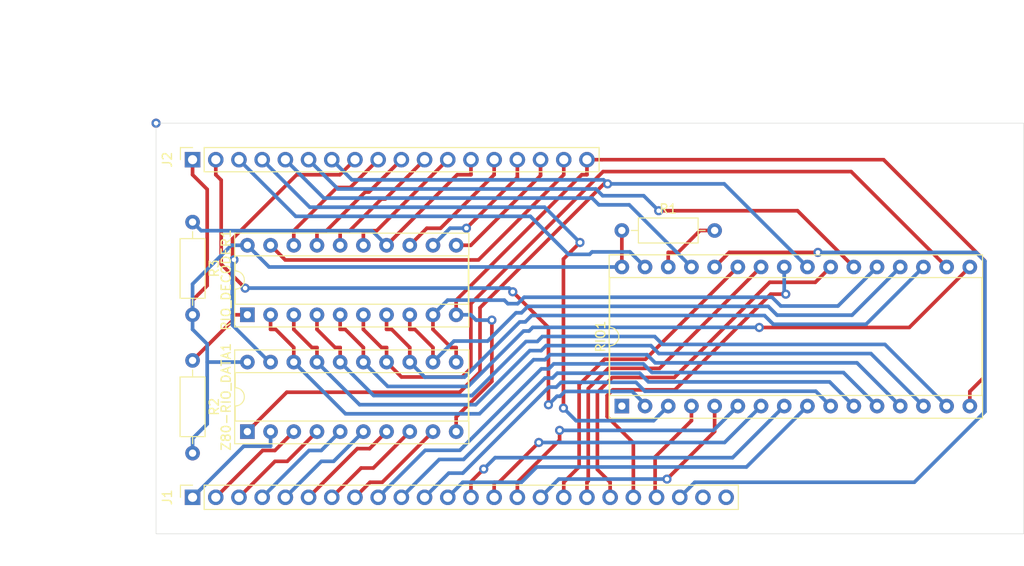
<source format=kicad_pcb>
(kicad_pcb (version 20221018) (generator pcbnew)
  (layers (0 "F.Cu" signal) (31 "B.Cu" signal) (34 "B.Paste" user) (35 "F.Paste" user) (36 "B.SilkS" user "B.Silkscreen") (37 "F.SilkS" user "F.Silkscreen") (38 "B.Mask" user) (39 "F.Mask" user) (44 "Edge.Cuts" user))
  (net 0 "")
  (net 1 "/RIO-128K_ZXspectrum/Z80_D0")
  (net 2 "/RIO-128K_ZXspectrum/Z80_D1")
  (net 3 "/RIO-128K_ZXspectrum/Z80_D2")
  (net 4 "/RIO-128K_ZXspectrum/Z80_D3")
  (net 5 "/RIO-128K_ZXspectrum/Z80_D4")
  (net 6 "/RIO-128K_ZXspectrum/Z80_D5")
  (net 7 "/RIO-128K_ZXspectrum/Z80_D6")
  (net 8 "/RIO-128K_ZXspectrum/Z80_D7")
  (net 9 "/RIO-128K_ZXspectrum/Z80_A0")
  (net 10 "/RIO-128K_ZXspectrum/Z80_A1")
  (net 11 "/RIO-128K_ZXspectrum/Z80_A2")
  (net 12 "/RIO-128K_ZXspectrum/Z80_A3")
  (net 13 "/RIO-128K_ZXspectrum/Z80_A4")
  (net 14 "/RIO-128K_ZXspectrum/Z80_A5")
  (net 15 "/RIO-128K_ZXspectrum/Z80_A6")
  (net 16 "/RIO-128K_ZXspectrum/Z80_A7")
  (net 17 "/RIO-128K_ZXspectrum/Z80_A8")
  (net 18 "/RIO-128K_ZXspectrum/Z80_A9")
  (net 19 "/RIO-128K_ZXspectrum/Z80_A10")
  (net 20 "/RIO-128K_ZXspectrum/Z80_A11")
  (net 21 "/RIO-128K_ZXspectrum/Z80_A12")
  (net 22 "/RIO-128K_ZXspectrum/Z80_A13")
  (net 23 "/RIO-128K_ZXspectrum/Z80_A14")
  (net 24 "/RIO-128K_ZXspectrum/Z80_A15")
  (net 25 "+5V")
  (net 26 "/RIO-128K_ZXspectrum/RIO_CE2")
  (net 27 "Net-(RIO_DECODER1-A->B)")
  (net 28 "/RIO-128K_ZXspectrum/CACHE_DATASTATUS")
  (net 30 "/RIO-128K_ZXspectrum/RIO_CONTROL.A16")
  (net 31 "/RIO-128K_ZXspectrum/RIO_CONTROL.A14")
  (net 32 "/RIO-128K_ZXspectrum/ROM_D0")
  (net 33 "/RIO-128K_ZXspectrum/ROM_D1")
  (net 34 "/RIO-128K_ZXspectrum/ROM_D2")
  (net 35 "GND")
  (net 36 "/RIO-128K_ZXspectrum/ROM_D3")
  (net 37 "/RIO-128K_ZXspectrum/ROM_D4")
  (net 38 "/RIO-128K_ZXspectrum/ROM_D5")
  (net 39 "/RIO-128K_ZXspectrum/ROM_D6")
  (net 40 "/RIO-128K_ZXspectrum/ROM_D7")
  (net 41 "/RIO-128K_ZXspectrum/RIO_CONTROL.CE")
  (net 42 "/RIO-128K_ZXspectrum/RIO_CONTROL.OE")
  (net 43 "/RIO-128K_ZXspectrum/RIO_CONTROL.WE")
  (net 44 "/RIO-128K_ZXspectrum/RIO_CONTROL.A15")
  (net 45 "/RIO-128K_ZXspectrum/Z80_HARDLOCK_SET")
  (net 46 "/RIO-128K_ZXspectrum/Z80_HARDLOCK_RESET")
  (net 47 "/RIO-128K_ZXspectrum/WAIT_IO")
  (net 48 "/RIO-128K_ZXspectrum/CACHE_SEL_3")
  (net 49 "/RIO-128K_ZXspectrum/CACHE_SEL_2")
  (net 50 "/RIO-128K_ZXspectrum/CACHE_SEL_1")
  (net 51 "/RIO-128K_ZXspectrum/CACHE_SEL_0")
  (net 52 "/RIO-128K_ZXspectrum/PERM_Z80_IORQ")
  (net 53 "/RIO-128K_ZXspectrum/RIO_CONTROL.ROM_RDY")
  (footprint "Package_DIP:DIP-20_W7.62mm_Socket" (layer "F.Cu") (at 109 110 90)
    (fp_text reference "RIO_DECODER1")
    (fp_text value "74HC245N")
  )
  (footprint "Resistor_THT:R_Axial_DIN0207_L6.3mm_D2.5mm_P10.16mm_Horizontal" (layer "F.Cu") (at 103 99.84 -90)
    (fp_text reference "R3")
    (fp_text value "10K")
  )
  (footprint "Package_DIP:DIP-32_W15.24mm_Socket" (layer "F.Cu") (at 150 120 90)
    (fp_text reference "RIO1")
    (fp_text value "AS6C1008-55PCN")
  )
  (footprint "Package_DIP:DIP-20_W7.62mm_Socket" (layer "F.Cu") (at 109 122.8 90)
    (fp_text reference "Z80-RIO_DATA1")
    (fp_text value "74HC245N")
  )
  (footprint "Connector_PinSocket_2.54mm:PinSocket_1x24_P2.54mm_Vertical" (layer "F.Cu") (at 103 130 90)
    (fp_text reference "J1")
    (fp_text value "Conn_01x24_Socket")
  )
  (footprint "Connector_PinSocket_2.54mm:PinSocket_1x18_P2.54mm_Vertical" (layer "F.Cu") (at 103 93 90)
    (fp_text reference "J2")
    (fp_text value "Conn_01x18_Socket")
  )
  (footprint "Resistor_THT:R_Axial_DIN0207_L6.3mm_D2.5mm_P10.16mm_Horizontal" (layer "F.Cu") (at 150 100.76)
    (fp_text reference "R1")
    (fp_text value "10K")
  )
  (footprint "Resistor_THT:R_Axial_DIN0207_L6.3mm_D2.5mm_P10.16mm_Horizontal" (layer "F.Cu") (at 103 115 -90)
    (fp_text reference "R2")
    (fp_text value "10K")
  )
  (gr_rect (start 99 134) (end 194 89) (stroke (width 0.05)) (fill none) (layer "Edge.Cuts"))
  (via (at 99 89) (size 1) (drill 0.5) (layers "F.Cu" "B.Cu") (net 0))
  (segment (start 111.54 122.8) (end 111.54 124.4001) (width 0.4) (layer "B.Cu") (net 1))
  (segment (start 103 130) (end 108.5999 124.4001) (width 0.4) (layer "B.Cu") (net 1))
  (segment (start 108.5999 124.4001) (end 111.54 124.4001) (width 0.4) (layer "B.Cu") (net 1))
  (segment (start 112.0147 124.8653) (end 114.08 122.8) (width 0.4) (layer "F.Cu") (net 2))
  (segment (start 105.54 130) (end 110.6747 124.8653) (width 0.4) (layer "F.Cu") (net 2))
  (segment (start 110.6747 124.8653) (end 112.0147 124.8653) (width 0.4) (layer "F.Cu") (net 2))
  (segment (start 113.3617 126.0583) (end 116.62 122.8) (width 0.4) (layer "F.Cu") (net 3))
  (segment (start 112.0217 126.0583) (end 113.3617 126.0583) (width 0.4) (layer "F.Cu") (net 3))
  (segment (start 108.08 130) (end 112.0217 126.0583) (width 0.4) (layer "F.Cu") (net 3))
  (segment (start 110.62 130) (end 115.7547 124.8653) (width 0.4) (layer "B.Cu") (net 4))
  (segment (start 115.7547 124.8653) (end 117.0947 124.8653) (width 0.4) (layer "B.Cu") (net 4))
  (segment (start 117.0947 124.8653) (end 119.16 122.8) (width 0.4) (layer "B.Cu") (net 4))
  (segment (start 118.4417 126.0583) (end 121.7 122.8) (width 0.4) (layer "B.Cu") (net 5))
  (segment (start 117.1017 126.0583) (end 118.4417 126.0583) (width 0.4) (layer "B.Cu") (net 5))
  (segment (start 113.16 130) (end 117.1017 126.0583) (width 0.4) (layer "B.Cu") (net 5))
  (segment (start 115.7 130) (end 121.0357 124.6643) (width 0.4) (layer "F.Cu") (net 6))
  (segment (start 121.0357 124.6643) (end 122.3757 124.6643) (width 0.4) (layer "F.Cu") (net 6))
  (segment (start 122.3757 124.6643) (end 124.24 122.8) (width 0.4) (layer "F.Cu") (net 6))
  (segment (start 122.7883 126.7917) (end 126.78 122.8) (width 0.4) (layer "F.Cu") (net 7))
  (segment (start 118.24 130) (end 121.4483 126.7917) (width 0.4) (layer "F.Cu") (net 7))
  (segment (start 121.4483 126.7917) (end 122.7883 126.7917) (width 0.4) (layer "F.Cu") (net 7))
  (segment (start 122.4302 128.3498) (end 123.7702 128.3498) (width 0.4) (layer "F.Cu") (net 8))
  (segment (start 123.7702 128.3498) (end 129.32 122.8) (width 0.4) (layer "F.Cu") (net 8))
  (segment (start 120.78 130) (end 122.4302 128.3498) (width 0.4) (layer "F.Cu") (net 8))
  (segment (start 132.261 124.8493) (end 128.4707 124.8493) (width 0.4) (layer "B.Cu") (net 9))
  (segment (start 142.542 115.3758) (end 141.9942 115.9236) (width 0.4) (layer "B.Cu") (net 9))
  (segment (start 152.3502 115.3758) (end 142.542 115.3758) (width 0.4) (layer "B.Cu") (net 9))
  (segment (start 141.1867 115.9236) (end 132.261 124.8493) (width 0.4) (layer "B.Cu") (net 9))
  (segment (start 153.2995 116.3251) (end 152.3502 115.3758) (width 0.4) (layer "B.Cu") (net 9))
  (segment (start 128.4707 124.8493) (end 123.32 130) (width 0.4) (layer "B.Cu") (net 9))
  (segment (start 177.94 120) (end 174.2651 116.3251) (width 0.4) (layer "B.Cu") (net 9))
  (segment (start 141.9942 115.9236) (end 141.1867 115.9236) (width 0.4) (layer "B.Cu") (net 9))
  (segment (start 174.2651 116.3251) (end 153.2995 116.3251) (width 0.4) (layer "B.Cu") (net 9))
  (segment (start 141.6009 116.9237) (end 132.6752 125.8494) (width 0.4) (layer "B.Cu") (net 10))
  (segment (start 130.0106 125.8494) (end 125.86 130) (width 0.4) (layer "B.Cu") (net 10))
  (segment (start 132.6752 125.8494) (end 130.0106 125.8494) (width 0.4) (layer "B.Cu") (net 10))
  (segment (start 172.7523 117.3523) (end 152.9124 117.3523) (width 0.4) (layer "B.Cu") (net 10))
  (segment (start 175.4 120) (end 172.7523 117.3523) (width 0.4) (layer "B.Cu") (net 10))
  (segment (start 142.9324 116.3997) (end 142.4084 116.9237) (width 0.4) (layer "B.Cu") (net 10))
  (segment (start 142.4084 116.9237) (end 141.6009 116.9237) (width 0.4) (layer "B.Cu") (net 10))
  (segment (start 152.9124 117.3523) (end 151.9598 116.3997) (width 0.4) (layer "B.Cu") (net 10))
  (segment (start 151.9598 116.3997) (end 142.9324 116.3997) (width 0.4) (layer "B.Cu") (net 10))
  (segment (start 171.2361 118.3761) (end 152.5219 118.3761) (width 0.4) (layer "B.Cu") (net 11))
  (segment (start 172.86 120) (end 171.2361 118.3761) (width 0.4) (layer "B.Cu") (net 11))
  (segment (start 142.8226 117.9238) (end 142.0151 117.9238) (width 0.4) (layer "B.Cu") (net 11))
  (segment (start 132.5892 127.3497) (end 131.0503 127.3497) (width 0.4) (layer "B.Cu") (net 11))
  (segment (start 142.0151 117.9238) (end 132.5892 127.3497) (width 0.4) (layer "B.Cu") (net 11))
  (segment (start 131.0503 127.3497) (end 128.4 130) (width 0.4) (layer "B.Cu") (net 11))
  (segment (start 143.3466 117.3998) (end 142.8226 117.9238) (width 0.4) (layer "B.Cu") (net 11))
  (segment (start 151.5456 117.3998) (end 143.3466 117.3998) (width 0.4) (layer "B.Cu") (net 11))
  (segment (start 152.5219 118.3761) (end 151.5456 117.3998) (width 0.4) (layer "B.Cu") (net 11))
  (segment (start 132.5902 128.3498) (end 139.012 128.3498) (width 0.4) (layer "B.Cu") (net 12))
  (segment (start 163.6419 126.6781) (end 170.32 120) (width 0.4) (layer "B.Cu") (net 12))
  (segment (start 140.6837 126.6781) (end 163.6419 126.6781) (width 0.4) (layer "B.Cu") (net 12))
  (segment (start 130.94 130) (end 132.5902 128.3498) (width 0.4) (layer "B.Cu") (net 12))
  (segment (start 139.012 128.3498) (end 140.6837 126.6781) (width 0.4) (layer "B.Cu") (net 12))
  (segment (start 133.48 130) (end 133.48 128.2976) (width 0.4) (layer "F.Cu") (net 13))
  (segment (start 133.48 128.2976) (end 134.8761 126.9015) (width 0.4) (layer "F.Cu") (net 13))
  (via (at 134.8761 126.9015) (size 1) (drill 0.5) (layers "F.Cu" "B.Cu") (net 13))
  (segment (start 167.78 120) (end 162.126 125.654) (width 0.4) (layer "B.Cu") (net 13))
  (segment (start 136.1236 125.654) (end 134.8761 126.9015) (width 0.4) (layer "B.Cu") (net 13))
  (segment (start 162.126 125.654) (end 136.1236 125.654) (width 0.4) (layer "B.Cu") (net 13))
  (segment (start 136.5501 128.3499) (end 140.9094 123.9906) (width 0.4) (layer "F.Cu") (net 14))
  (segment (start 136.02 128.3499) (end 136.5501 128.3499) (width 0.4) (layer "F.Cu") (net 14))
  (segment (start 136.02 130) (end 136.02 128.3499) (width 0.4) (layer "F.Cu") (net 14))
  (via (at 140.9094 123.9906) (size 1) (drill 0.5) (layers "F.Cu" "B.Cu") (net 14))
  (segment (start 165.24 120) (end 161.2494 123.9906) (width 0.4) (layer "B.Cu") (net 14))
  (segment (start 161.2494 123.9906) (end 140.9094 123.9906) (width 0.4) (layer "B.Cu") (net 14))
  (segment (start 143.1853 123.7246) (end 143.1853 122.6645) (width 0.4) (layer "F.Cu") (net 15))
  (segment (start 138.56 128.3499) (end 143.1853 123.7246) (width 0.4) (layer "F.Cu") (net 15))
  (segment (start 138.56 130) (end 138.56 128.3499) (width 0.4) (layer "F.Cu") (net 15))
  (via (at 143.1853 122.6645) (size 1) (drill 0.5) (layers "F.Cu" "B.Cu") (net 15))
  (segment (start 160.0355 122.6645) (end 143.1853 122.6645) (width 0.4) (layer "B.Cu") (net 15))
  (segment (start 162.7 120) (end 160.0355 122.6645) (width 0.4) (layer "B.Cu") (net 15))
  (segment (start 160.16 122.7845) (end 160.16 120) (width 0.4) (layer "F.Cu") (net 16))
  (segment (start 154.9424 128.0021) (end 160.16 122.7845) (width 0.4) (layer "F.Cu") (net 16))
  (via (at 154.9424 128.0021) (size 1) (drill 0.5) (layers "F.Cu" "B.Cu") (net 16))
  (segment (start 141.1 130) (end 143.0979 128.0021) (width 0.4) (layer "B.Cu") (net 16))
  (segment (start 143.0979 128.0021) (end 154.9424 128.0021) (width 0.4) (layer "B.Cu") (net 16))
  (segment (start 152.5894 114.8706) (end 148.121 114.8706) (width 0.4) (layer "F.Cu") (net 17))
  (segment (start 148.121 114.8706) (end 145.3228 117.6688) (width 0.4) (layer "F.Cu") (net 17))
  (segment (start 145.3228 117.6688) (end 145.3228 126.6671) (width 0.4) (layer "F.Cu") (net 17))
  (segment (start 145.3228 126.6671) (end 143.64 128.3499) (width 0.4) (layer "F.Cu") (net 17))
  (segment (start 162.7 104.76) (end 152.5894 114.8706) (width 0.4) (layer "F.Cu") (net 17))
  (segment (start 143.64 130) (end 143.64 128.3499) (width 0.4) (layer "F.Cu") (net 17))
  (segment (start 154.1293 115.8707) (end 148.5352 115.8707) (width 0.4) (layer "F.Cu") (net 18))
  (segment (start 146.3229 118.083) (end 146.3229 128.207) (width 0.4) (layer "F.Cu") (net 18))
  (segment (start 146.3229 128.207) (end 146.18 128.3499) (width 0.4) (layer "F.Cu") (net 18))
  (segment (start 148.5352 115.8707) (end 146.3229 118.083) (width 0.4) (layer "F.Cu") (net 18))
  (segment (start 165.24 104.76) (end 154.1293 115.8707) (width 0.4) (layer "F.Cu") (net 18))
  (segment (start 146.18 130) (end 146.18 128.3499) (width 0.4) (layer "F.Cu") (net 18))
  (segment (start 172.86 104.76) (end 171.1833 106.4367) (width 0.4) (layer "F.Cu") (net 19))
  (segment (start 147.323 118.4973) (end 147.323 126.9529) (width 0.4) (layer "F.Cu") (net 19))
  (segment (start 147.323 126.9529) (end 148.72 128.3499) (width 0.4) (layer "F.Cu") (net 19))
  (segment (start 148.72 130) (end 148.72 128.3499) (width 0.4) (layer "F.Cu") (net 19))
  (segment (start 155.7498 116.8709) (end 148.9494 116.8709) (width 0.4) (layer "F.Cu") (net 19))
  (segment (start 148.9494 116.8709) (end 147.323 118.4973) (width 0.4) (layer "F.Cu") (net 19))
  (segment (start 166.184 106.4367) (end 155.7498 116.8709) (width 0.4) (layer "F.Cu") (net 19))
  (segment (start 171.1833 106.4367) (end 166.184 106.4367) (width 0.4) (layer "F.Cu") (net 19))
  (segment (start 151.26 124.0264) (end 148.3856 121.152) (width 0.4) (layer "F.Cu") (net 20))
  (segment (start 166.2982 107.7368) (end 167.9471 107.7368) (width 0.4) (layer "F.Cu") (net 20))
  (segment (start 149.0102 118.2244) (end 155.8106 118.2244) (width 0.4) (layer "F.Cu") (net 20))
  (segment (start 148.3856 118.849) (end 149.0102 118.2244) (width 0.4) (layer "F.Cu") (net 20))
  (segment (start 155.8106 118.2244) (end 166.2982 107.7368) (width 0.4) (layer "F.Cu") (net 20))
  (segment (start 151.26 130) (end 151.26 124.0264) (width 0.4) (layer "F.Cu") (net 20))
  (segment (start 148.3856 121.152) (end 148.3856 118.849) (width 0.4) (layer "F.Cu") (net 20))
  (via (at 167.9471 107.7368) (size 1) (drill 0.5) (layers "F.Cu" "B.Cu") (net 20))
  (segment (start 167.78 107.5697) (end 167.78 104.76) (width 0.4) (layer "B.Cu") (net 20))
  (segment (start 167.9471 107.7368) (end 167.78 107.5697) (width 0.4) (layer "B.Cu") (net 20))
  (segment (start 157.62 121.6001) (end 153.6423 125.5778) (width 0.4) (layer "F.Cu") (net 21))
  (segment (start 153.6423 129.8423) (end 153.8 130) (width 0.4) (layer "F.Cu") (net 21))
  (segment (start 157.62 120) (end 157.62 121.6001) (width 0.4) (layer "F.Cu") (net 21))
  (segment (start 153.6423 125.5778) (end 153.6423 129.8423) (width 0.4) (layer "F.Cu") (net 21))
  (segment (start 161.7601 103.1599) (end 171.4666 103.1599) (width 0.4) (layer "F.Cu") (net 22))
  (segment (start 160.16 104.76) (end 161.7601 103.1599) (width 0.4) (layer "F.Cu") (net 22))
  (via (at 171.4666 103.1599) (size 1) (drill 0.5) (layers "F.Cu" "B.Cu") (net 22))
  (segment (start 182.0223 128.3498) (end 189.7541 120.618) (width 0.4) (layer "B.Cu") (net 22))
  (segment (start 189.7541 120.618) (end 189.7541 104.1261) (width 0.4) (layer "B.Cu") (net 22))
  (segment (start 188.7879 103.1599) (end 171.4666 103.1599) (width 0.4) (layer "B.Cu") (net 22))
  (segment (start 157.9902 128.3498) (end 182.0223 128.3498) (width 0.4) (layer "B.Cu") (net 22))
  (segment (start 156.34 130) (end 157.9902 128.3498) (width 0.4) (layer "B.Cu") (net 22))
  (segment (start 189.7541 104.1261) (end 188.7879 103.1599) (width 0.4) (layer "B.Cu") (net 22))
  (segment (start 103 94.6501) (end 104.6009 96.251) (width 0.4) (layer "F.Cu") (net 25))
  (segment (start 104.6009 96.251) (end 104.6009 106.799) (width 0.4) (layer "F.Cu") (net 25))
  (segment (start 104.6009 106.799) (end 103 108.3999) (width 0.4) (layer "F.Cu") (net 25))
  (segment (start 103 93) (end 103 94.6501) (width 0.4) (layer "F.Cu") (net 25))
  (segment (start 150 100.76) (end 150 104.76) (width 0.4) (layer "F.Cu") (net 25))
  (segment (start 103 110) (end 103 108.3999) (width 0.4) (layer "F.Cu") (net 25))
  (segment (start 104.6022 115.18) (end 104.6022 121.9577) (width 0.4) (layer "B.Cu") (net 25))
  (segment (start 103 106.6272) (end 103 110) (width 0.4) (layer "B.Cu") (net 25))
  (segment (start 103 110) (end 103 111.6001) (width 0.4) (layer "B.Cu") (net 25))
  (segment (start 104.6022 115.18) (end 109 115.18) (width 0.4) (layer "B.Cu") (net 25))
  (segment (start 107.2472 102.38) (end 103 106.6272) (width 0.4) (layer "B.Cu") (net 25))
  (segment (start 107.3999 102.38) (end 107.2472 102.38) (width 0.4) (layer "B.Cu") (net 25))
  (segment (start 104.6022 113.2023) (end 104.6022 115.18) (width 0.4) (layer "B.Cu") (net 25))
  (segment (start 111.38 104.76) (end 109 102.38) (width 0.4) (layer "B.Cu") (net 25))
  (segment (start 150 104.76) (end 148.3999 104.76) (width 0.4) (layer "B.Cu") (net 25))
  (segment (start 103 125.16) (end 103 123.5599) (width 0.4) (layer "B.Cu") (net 25))
  (segment (start 108.6717 102.38) (end 109 102.38) (width 0.4) (layer "B.Cu") (net 25))
  (segment (start 104.6022 121.9577) (end 103 123.5599) (width 0.4) (layer "B.Cu") (net 25))
  (segment (start 103 111.6001) (end 104.6022 113.2023) (width 0.4) (layer "B.Cu") (net 25))
  (segment (start 108.6717 102.38) (end 107.3999 102.38) (width 0.4) (layer "B.Cu") (net 25))
  (segment (start 148.3999 104.76) (end 111.38 104.76) (width 0.4) (layer "B.Cu") (net 25))
  (segment (start 156.16 103.1599) (end 155.08 103.1599) (width 0.4) (layer "F.Cu") (net 26))
  (segment (start 158.5599 100.76) (end 156.16 103.1599) (width 0.4) (layer "F.Cu") (net 26))
  (segment (start 155.08 104.76) (end 155.08 103.1599) (width 0.4) (layer "F.Cu") (net 26))
  (segment (start 160.16 100.76) (end 158.5599 100.76) (width 0.4) (layer "F.Cu") (net 26))
  (segment (start 109 110) (end 107.3999 110) (width 0.4) (layer "F.Cu") (net 27))
  (segment (start 103 115) (end 107.3999 110.6001) (width 0.4) (layer "F.Cu") (net 27))
  (segment (start 107.3999 110.6001) (end 107.3999 110) (width 0.4) (layer "F.Cu") (net 27))
  (segment (start 131.9699 94.6501) (end 124.24 102.38) (width 0.4) (layer "F.Cu") (net 28))
  (segment (start 133.48 93) (end 133.48 94.6501) (width 0.4) (layer "F.Cu") (net 28))
  (segment (start 133.48 94.6501) (end 131.9699 94.6501) (width 0.4) (layer "F.Cu") (net 28))
  (segment (start 122.6398 100.7798) (end 103.9398 100.7798) (width 0.4) (layer "B.Cu") (net 28))
  (segment (start 103.9398 100.7798) (end 103 99.84) (width 0.4) (layer "B.Cu") (net 28))
  (segment (start 124.24 102.38) (end 122.6398 100.7798) (width 0.4) (layer "B.Cu") (net 28))
  (segment (start 106.1341 95.2442) (end 106.1341 104.4534) (width 0.4) (layer "F.Cu") (net 30))
  (segment (start 138.0571 107.4793) (end 141.9642 111.3864) (width 0.4) (layer "F.Cu") (net 30))
  (segment (start 141.9642 111.3864) (end 141.9642 119.8575) (width 0.4) (layer "F.Cu") (net 30))
  (segment (start 105.54 93) (end 105.54 94.6501) (width 0.4) (layer "F.Cu") (net 30))
  (segment (start 105.54 94.6501) (end 106.1341 95.2442) (width 0.4) (layer "F.Cu") (net 30))
  (segment (start 106.1341 104.4534) (end 108.7558 107.0751) (width 0.4) (layer "F.Cu") (net 30))
  (via (at 141.9642 119.8575) (size 1) (drill 0.5) (layers "F.Cu" "B.Cu") (net 30))
  (via (at 108.7558 107.0751) (size 1) (drill 0.5) (layers "F.Cu" "B.Cu") (net 30))
  (via (at 138.0571 107.4793) (size 1) (drill 0.5) (layers "F.Cu" "B.Cu") (net 30))
  (segment (start 138.0571 107.4793) (end 137.6529 107.0751) (width 0.4) (layer "B.Cu") (net 30))
  (segment (start 142.8978 118.9239) (end 141.9642 119.8575) (width 0.4) (layer "B.Cu") (net 30))
  (segment (start 137.6529 107.0751) (end 108.7558 107.0751) (width 0.4) (layer "B.Cu") (net 30))
  (segment (start 143.2368 118.9239) (end 142.8978 118.9239) (width 0.4) (layer "B.Cu") (net 30))
  (segment (start 152.54 119.8085) (end 151.1314 118.3999) (width 0.4) (layer "B.Cu") (net 30))
  (segment (start 143.7608 118.3999) (end 143.2368 118.9239) (width 0.4) (layer "B.Cu") (net 30))
  (segment (start 152.54 120) (end 152.54 119.8085) (width 0.4) (layer "B.Cu") (net 30))
  (segment (start 151.1314 118.3999) (end 143.7608 118.3999) (width 0.4) (layer "B.Cu") (net 30))
  (segment (start 143.6064 103.8857) (end 143.6064 120.2241) (width 0.4) (layer "F.Cu") (net 31))
  (segment (start 145.4163 102.0758) (end 143.6064 103.8857) (width 0.4) (layer "F.Cu") (net 31))
  (via (at 143.6064 120.2241) (size 1) (drill 0.5) (layers "F.Cu" "B.Cu") (net 31))
  (via (at 145.4163 102.0758) (size 1) (drill 0.5) (layers "F.Cu" "B.Cu") (net 31))
  (segment (start 145.4163 102.0758) (end 141.5495 98.209) (width 0.4) (layer "B.Cu") (net 31))
  (segment (start 153.4799 121.6001) (end 155.08 120) (width 0.4) (layer "B.Cu") (net 31))
  (segment (start 115.829 98.209) (end 110.62 93) (width 0.4) (layer "B.Cu") (net 31))
  (segment (start 143.6064 120.2241) (end 144.9824 121.6001) (width 0.4) (layer "B.Cu") (net 31))
  (segment (start 144.9824 121.6001) (end 153.4799 121.6001) (width 0.4) (layer "B.Cu") (net 31))
  (segment (start 141.5495 98.209) (end 115.829 98.209) (width 0.4) (layer "B.Cu") (net 31))
  (segment (start 111.54 110) (end 111.54 111.6001) (width 0.4) (layer "F.Cu") (net 32))
  (segment (start 114.08 115.18) (end 114.08 113.5799) (width 0.4) (layer "F.Cu") (net 32))
  (segment (start 112.1002 111.6001) (end 111.54 111.6001) (width 0.4) (layer "F.Cu") (net 32))
  (segment (start 114.08 113.5799) (end 112.1002 111.6001) (width 0.4) (layer "F.Cu") (net 32))
  (segment (start 152.7644 114.3757) (end 142.1278 114.3757) (width 0.4) (layer "B.Cu") (net 32))
  (segment (start 134.4121 120.8485) (end 119.7485 120.8485) (width 0.4) (layer "B.Cu") (net 32))
  (segment (start 175.7451 115.2651) (end 153.6538 115.2651) (width 0.4) (layer "B.Cu") (net 32))
  (segment (start 153.6538 115.2651) (end 152.7644 114.3757) (width 0.4) (layer "B.Cu") (net 32))
  (segment (start 119.7485 120.8485) (end 114.08 115.18) (width 0.4) (layer "B.Cu") (net 32))
  (segment (start 180.48 120) (end 175.7451 115.2651) (width 0.4) (layer "B.Cu") (net 32))
  (segment (start 141.58 114.9235) (end 140.3371 114.9235) (width 0.4) (layer "B.Cu") (net 32))
  (segment (start 142.1278 114.3757) (end 141.58 114.9235) (width 0.4) (layer "B.Cu") (net 32))
  (segment (start 140.3371 114.9235) (end 134.4121 120.8485) (width 0.4) (layer "B.Cu") (net 32))
  (segment (start 116.62 115.18) (end 116.62 113.5799) (width 0.4) (layer "F.Cu") (net 33))
  (segment (start 116.0598 113.5799) (end 114.08 111.6001) (width 0.4) (layer "F.Cu") (net 33))
  (segment (start 116.62 113.5799) (end 116.0598 113.5799) (width 0.4) (layer "F.Cu") (net 33))
  (segment (start 114.08 110) (end 114.08 111.6001) (width 0.4) (layer "F.Cu") (net 33))
  (segment (start 153.1786 113.3756) (end 141.7136 113.3756) (width 0.4) (layer "B.Cu") (net 33))
  (segment (start 141.1658 113.9234) (end 139.9228 113.9234) (width 0.4) (layer "B.Cu") (net 33))
  (segment (start 121.2884 119.8484) (end 116.62 115.18) (width 0.4) (layer "B.Cu") (net 33))
  (segment (start 141.7136 113.3756) (end 141.1658 113.9234) (width 0.4) (layer "B.Cu") (net 33))
  (segment (start 133.9978 119.8484) (end 121.2884 119.8484) (width 0.4) (layer "B.Cu") (net 33))
  (segment (start 183.02 120) (end 177.2662 114.2462) (width 0.4) (layer "B.Cu") (net 33))
  (segment (start 177.2662 114.2462) (end 154.0492 114.2462) (width 0.4) (layer "B.Cu") (net 33))
  (segment (start 139.9228 113.9234) (end 133.9978 119.8484) (width 0.4) (layer "B.Cu") (net 33))
  (segment (start 154.0492 114.2462) (end 153.1786 113.3756) (width 0.4) (layer "B.Cu") (net 33))
  (segment (start 116.62 110) (end 116.62 111.6001) (width 0.4) (layer "F.Cu") (net 34))
  (segment (start 118.5998 113.5799) (end 116.62 111.6001) (width 0.4) (layer "F.Cu") (net 34))
  (segment (start 119.16 113.5799) (end 118.5998 113.5799) (width 0.4) (layer "F.Cu") (net 34))
  (segment (start 119.16 115.18) (end 119.16 113.5799) (width 0.4) (layer "F.Cu") (net 34))
  (segment (start 122.8283 118.8483) (end 119.16 115.18) (width 0.4) (layer "B.Cu") (net 34))
  (segment (start 153.5928 112.3755) (end 141.2994 112.3755) (width 0.4) (layer "B.Cu") (net 34))
  (segment (start 178.8061 113.2461) (end 154.4634 113.2461) (width 0.4) (layer "B.Cu") (net 34))
  (segment (start 139.5086 112.9233) (end 133.5836 118.8483) (width 0.4) (layer "B.Cu") (net 34))
  (segment (start 154.4634 113.2461) (end 153.5928 112.3755) (width 0.4) (layer "B.Cu") (net 34))
  (segment (start 185.56 120) (end 178.8061 113.2461) (width 0.4) (layer "B.Cu") (net 34))
  (segment (start 140.7516 112.9233) (end 139.5086 112.9233) (width 0.4) (layer "B.Cu") (net 34))
  (segment (start 133.5836 118.8483) (end 122.8283 118.8483) (width 0.4) (layer "B.Cu") (net 34))
  (segment (start 141.2994 112.3755) (end 140.7516 112.9233) (width 0.4) (layer "B.Cu") (net 34))
  (segment (start 146.18 93) (end 147.8301 93) (width 0.4) (layer "F.Cu") (net 35))
  (segment (start 188.1 120) (end 188.1 118.3999) (width 0.4) (layer "F.Cu") (net 35))
  (segment (start 188.1 118.3999) (end 189.7011 116.7988) (width 0.4) (layer "F.Cu") (net 35))
  (segment (start 189.7011 104.0443) (end 178.6568 93) (width 0.4) (layer "F.Cu") (net 35))
  (segment (start 131.86 122.8) (end 131.86 121.1999) (width 0.4) (layer "F.Cu") (net 35))
  (segment (start 131.86 121.1999) (end 135.7697 117.2902) (width 0.4) (layer "F.Cu") (net 35))
  (segment (start 145.6098 94.6501) (end 131.86 108.3999) (width 0.4) (layer "F.Cu") (net 35))
  (segment (start 146.18 93) (end 146.18 94.6501) (width 0.4) (layer "F.Cu") (net 35))
  (segment (start 131.86 110) (end 131.86 108.3999) (width 0.4) (layer "F.Cu") (net 35))
  (segment (start 135.7697 117.2902) (end 135.7697 110.5806) (width 0.4) (layer "F.Cu") (net 35))
  (segment (start 189.7011 116.7988) (end 189.7011 104.0443) (width 0.4) (layer "F.Cu") (net 35))
  (segment (start 146.18 94.6501) (end 145.6098 94.6501) (width 0.4) (layer "F.Cu") (net 35))
  (segment (start 178.6568 93) (end 147.8301 93) (width 0.4) (layer "F.Cu") (net 35))
  (via (at 135.7697 110.5806) (size 1) (drill 0.5) (layers "F.Cu" "B.Cu") (net 35))
  (segment (start 131.86 110) (end 133.4601 110) (width 0.4) (layer "B.Cu") (net 35))
  (segment (start 135.7697 110.5806) (end 134.0407 110.5806) (width 0.4) (layer "B.Cu") (net 35))
  (segment (start 134.0407 110.5806) (end 133.4601 110) (width 0.4) (layer "B.Cu") (net 35))
  (segment (start 121.7 113.5799) (end 119.7202 111.6001) (width 0.4) (layer "F.Cu") (net 36))
  (segment (start 119.16 110) (end 119.16 111.6001) (width 0.4) (layer "F.Cu") (net 36))
  (segment (start 121.7 115.18) (end 121.7 113.5799) (width 0.4) (layer "F.Cu") (net 36))
  (segment (start 119.7202 111.6001) (end 119.16 111.6001) (width 0.4) (layer "F.Cu") (net 36))
  (segment (start 181.472 111.388) (end 165.0481 111.388) (width 0.4) (layer "F.Cu") (net 36))
  (segment (start 188.1 104.76) (end 181.472 111.388) (width 0.4) (layer "F.Cu") (net 36))
  (via (at 165.0481 111.388) (size 1) (drill 0.5) (layers "F.Cu" "B.Cu") (net 36))
  (segment (start 139.2379 111.7797) (end 133.1694 117.8482) (width 0.4) (layer "B.Cu") (net 36))
  (segment (start 165.0355 111.3754) (end 140.2425 111.3754) (width 0.4) (layer "B.Cu") (net 36))
  (segment (start 124.3682 117.8482) (end 121.7 115.18) (width 0.4) (layer "B.Cu") (net 36))
  (segment (start 165.0481 111.388) (end 165.0355 111.3754) (width 0.4) (layer "B.Cu") (net 36))
  (segment (start 140.2425 111.3754) (end 139.8382 111.7797) (width 0.4) (layer "B.Cu") (net 36))
  (segment (start 133.1694 117.8482) (end 124.3682 117.8482) (width 0.4) (layer "B.Cu") (net 36))
  (segment (start 139.8382 111.7797) (end 139.2379 111.7797) (width 0.4) (layer "B.Cu") (net 36))
  (segment (start 124.24 113.5799) (end 123.6798 113.5799) (width 0.4) (layer "F.Cu") (net 37))
  (segment (start 133.4695 115.8524) (end 132.5068 116.8151) (width 0.4) (layer "F.Cu") (net 37))
  (segment (start 124.24 115.18) (end 124.24 113.5799) (width 0.4) (layer "F.Cu") (net 37))
  (segment (start 175.1036 94.3036) (end 147.9447 94.3036) (width 0.4) (layer "F.Cu") (net 37))
  (segment (start 133.4695 108.7788) (end 133.4695 115.8524) (width 0.4) (layer "F.Cu") (net 37))
  (segment (start 147.9447 94.3036) (end 133.4695 108.7788) (width 0.4) (layer "F.Cu") (net 37))
  (segment (start 123.6798 113.5799) (end 121.7 111.6001) (width 0.4) (layer "F.Cu") (net 37))
  (segment (start 185.56 104.76) (end 175.1036 94.3036) (width 0.4) (layer "F.Cu") (net 37))
  (segment (start 121.7 110) (end 121.7 111.6001) (width 0.4) (layer "F.Cu") (net 37))
  (segment (start 132.5068 116.8151) (end 125.8751 116.8151) (width 0.4) (layer "F.Cu") (net 37))
  (segment (start 125.8751 116.8151) (end 124.24 115.18) (width 0.4) (layer "F.Cu") (net 37))
  (segment (start 124.8002 111.6001) (end 124.24 111.6001) (width 0.4) (layer "F.Cu") (net 38))
  (segment (start 126.78 113.5799) (end 124.8002 111.6001) (width 0.4) (layer "F.Cu") (net 38))
  (segment (start 124.24 110) (end 124.24 111.6001) (width 0.4) (layer "F.Cu") (net 38))
  (segment (start 126.78 115.18) (end 126.78 113.5799) (width 0.4) (layer "F.Cu") (net 38))
  (segment (start 132.7775 116.8258) (end 138.8237 110.7796) (width 0.4) (layer "B.Cu") (net 38))
  (segment (start 128.4258 116.8258) (end 132.7775 116.8258) (width 0.4) (layer "B.Cu") (net 38))
  (segment (start 139.424 110.7796) (end 140.1282 110.0754) (width 0.4) (layer "B.Cu") (net 38))
  (segment (start 126.78 115.18) (end 128.4258 116.8258) (width 0.4) (layer "B.Cu") (net 38))
  (segment (start 176.7428 111.0372) (end 183.02 104.76) (width 0.4) (layer "B.Cu") (net 38))
  (segment (start 140.1282 110.0754) (end 165.6184 110.0754) (width 0.4) (layer "B.Cu") (net 38))
  (segment (start 138.8237 110.7796) (end 139.424 110.7796) (width 0.4) (layer "B.Cu") (net 38))
  (segment (start 166.5802 111.0372) (end 176.7428 111.0372) (width 0.4) (layer "B.Cu") (net 38))
  (segment (start 165.6184 110.0754) (end 166.5802 111.0372) (width 0.4) (layer "B.Cu") (net 38))
  (segment (start 129.32 115.18) (end 129.32 113.5799) (width 0.4) (layer "F.Cu") (net 39))
  (segment (start 129.32 113.5799) (end 127.3402 111.6001) (width 0.4) (layer "F.Cu") (net 39))
  (segment (start 127.3402 111.6001) (end 126.78 111.6001) (width 0.4) (layer "F.Cu") (net 39))
  (segment (start 126.78 110) (end 126.78 111.6001) (width 0.4) (layer "F.Cu") (net 39))
  (segment (start 131.6226 112.8774) (end 135.3116 112.8774) (width 0.4) (layer "B.Cu") (net 39))
  (segment (start 166.0326 109.0753) (end 166.9944 110.0371) (width 0.4) (layer "B.Cu") (net 39))
  (segment (start 175.2029 110.0371) (end 180.48 104.76) (width 0.4) (layer "B.Cu") (net 39))
  (segment (start 139.714 109.0753) (end 166.0326 109.0753) (width 0.4) (layer "B.Cu") (net 39))
  (segment (start 135.3116 112.8774) (end 138.4095 109.7795) (width 0.4) (layer "B.Cu") (net 39))
  (segment (start 139.0098 109.7795) (end 139.714 109.0753) (width 0.4) (layer "B.Cu") (net 39))
  (segment (start 166.9944 110.0371) (end 175.2029 110.0371) (width 0.4) (layer "B.Cu") (net 39))
  (segment (start 138.4095 109.7795) (end 139.0098 109.7795) (width 0.4) (layer "B.Cu") (net 39))
  (segment (start 129.32 115.18) (end 131.6226 112.8774) (width 0.4) (layer "B.Cu") (net 39))
  (segment (start 129.32 110) (end 129.32 111.6001) (width 0.4) (layer "F.Cu") (net 40))
  (segment (start 129.32 111.6001) (end 131.2998 113.5799) (width 0.4) (layer "F.Cu") (net 40))
  (segment (start 131.2998 113.5799) (end 131.86 113.5799) (width 0.4) (layer "F.Cu") (net 40))
  (segment (start 131.86 115.18) (end 131.86 113.5799) (width 0.4) (layer "F.Cu") (net 40))
  (segment (start 138.5956 108.7794) (end 139.2998 108.0752) (width 0.4) (layer "B.Cu") (net 40))
  (segment (start 137.5186 108.7794) (end 138.5956 108.7794) (width 0.4) (layer "B.Cu") (net 40))
  (segment (start 166.4468 108.0752) (end 167.4085 109.0369) (width 0.4) (layer "B.Cu") (net 40))
  (segment (start 139.2998 108.0752) (end 166.4468 108.0752) (width 0.4) (layer "B.Cu") (net 40))
  (segment (start 137.1335 108.3943) (end 137.5186 108.7794) (width 0.4) (layer "B.Cu") (net 40))
  (segment (start 173.6631 109.0369) (end 177.94 104.76) (width 0.4) (layer "B.Cu") (net 40))
  (segment (start 129.32 110) (end 130.9257 108.3943) (width 0.4) (layer "B.Cu") (net 40))
  (segment (start 130.9257 108.3943) (end 137.1335 108.3943) (width 0.4) (layer "B.Cu") (net 40))
  (segment (start 167.4085 109.0369) (end 173.6631 109.0369) (width 0.4) (layer "B.Cu") (net 40))
  (segment (start 175.4 104.76) (end 169.2353 98.5953) (width 0.4) (layer "F.Cu") (net 41))
  (segment (start 169.2353 98.5953) (end 154.0358 98.5953) (width 0.4) (layer "F.Cu") (net 41))
  (via (at 154.0358 98.5953) (size 1) (drill 0.5) (layers "F.Cu" "B.Cu") (net 41))
  (segment (start 115.7 93) (end 118.9088 96.2088) (width 0.4) (layer "B.Cu") (net 41))
  (segment (start 147.159 96.2088) (end 147.9013 96.9511) (width 0.4) (layer "B.Cu") (net 41))
  (segment (start 147.9013 96.9511) (end 152.3916 96.9511) (width 0.4) (layer "B.Cu") (net 41))
  (segment (start 152.3916 96.9511) (end 154.0358 98.5953) (width 0.4) (layer "B.Cu") (net 41))
  (segment (start 118.9088 96.2088) (end 147.159 96.2088) (width 0.4) (layer "B.Cu") (net 41))
  (segment (start 148.4398 95.651) (end 148.0467 95.651) (width 0.4) (layer "F.Cu") (net 42))
  (segment (start 113.3154 118.4846) (end 109 122.8) (width 0.4) (layer "F.Cu") (net 42))
  (segment (start 148.0467 95.651) (end 134.4696 109.2281) (width 0.4) (layer "F.Cu") (net 42))
  (segment (start 134.4696 109.2281) (end 134.4696 116.2666) (width 0.4) (layer "F.Cu") (net 42))
  (segment (start 134.4696 116.2666) (end 132.2516 118.4846) (width 0.4) (layer "F.Cu") (net 42))
  (segment (start 132.2516 118.4846) (end 113.3154 118.4846) (width 0.4) (layer "F.Cu") (net 42))
  (via (at 148.4398 95.651) (size 1) (drill 0.5) (layers "F.Cu" "B.Cu") (net 42))
  (segment (start 148.4398 95.651) (end 161.211 95.651) (width 0.4) (layer "B.Cu") (net 42))
  (segment (start 147.9975 95.2087) (end 148.4398 95.651) (width 0.4) (layer "B.Cu") (net 42))
  (segment (start 161.211 95.651) (end 170.32 104.76) (width 0.4) (layer "B.Cu") (net 42))
  (segment (start 118.24 93) (end 120.4487 95.2087) (width 0.4) (layer "B.Cu") (net 42))
  (segment (start 120.4487 95.2087) (end 147.9975 95.2087) (width 0.4) (layer "B.Cu") (net 42))
  (segment (start 113.16 93) (end 117.3689 97.2089) (width 0.4) (layer "B.Cu") (net 43))
  (segment (start 147.4871 97.9512) (end 150.8112 97.9512) (width 0.4) (layer "B.Cu") (net 43))
  (segment (start 117.3689 97.2089) (end 146.7448 97.2089) (width 0.4) (layer "B.Cu") (net 43))
  (segment (start 146.7448 97.2089) (end 147.4871 97.9512) (width 0.4) (layer "B.Cu") (net 43))
  (segment (start 150.8112 97.9512) (end 157.62 104.76) (width 0.4) (layer "B.Cu") (net 43))
  (segment (start 152.54 104.76) (end 150.8862 103.1062) (width 0.4) (layer "B.Cu") (net 44))
  (segment (start 146.4687 103.376) (end 144.1515 103.376) (width 0.4) (layer "B.Cu") (net 44))
  (segment (start 139.9846 99.2091) (end 114.2891 99.2091) (width 0.4) (layer "B.Cu") (net 44))
  (segment (start 144.1515 103.376) (end 139.9846 99.2091) (width 0.4) (layer "B.Cu") (net 44))
  (segment (start 150.8862 103.1062) (end 146.7385 103.1062) (width 0.4) (layer "B.Cu") (net 44))
  (segment (start 146.7385 103.1062) (end 146.4687 103.376) (width 0.4) (layer "B.Cu") (net 44))
  (segment (start 114.2891 99.2091) (end 108.08 93) (width 0.4) (layer "B.Cu") (net 44))
  (segment (start 141.1 94.7401) (end 141.1 94.6501) (width 0.4) (layer "F.Cu") (net 45))
  (segment (start 131.86 102.38) (end 133.4601 102.38) (width 0.4) (layer "F.Cu") (net 45))
  (segment (start 141.1 93) (end 141.1 94.6501) (width 0.4) (layer "F.Cu") (net 45))
  (segment (start 133.4601 102.38) (end 141.1 94.7401) (width 0.4) (layer "F.Cu") (net 45))
  (segment (start 138.56 93) (end 138.56 94.9341) (width 0.4) (layer "F.Cu") (net 46))
  (segment (start 138.56 94.9341) (end 132.9849 100.5092) (width 0.4) (layer "F.Cu") (net 46))
  (via (at 132.9849 100.5092) (size 1) (drill 0.5) (layers "F.Cu" "B.Cu") (net 46))
  (segment (start 132.9849 100.5092) (end 131.1908 100.5092) (width 0.4) (layer "B.Cu") (net 46))
  (segment (start 131.1908 100.5092) (end 129.32 102.38) (width 0.4) (layer "B.Cu") (net 46))
  (segment (start 128.6443 100.5157) (end 126.78 102.38) (width 0.4) (layer "F.Cu") (net 47))
  (segment (start 130.1544 100.5157) (end 128.6443 100.5157) (width 0.4) (layer "F.Cu") (net 47))
  (segment (start 136.02 93) (end 136.02 94.6501) (width 0.4) (layer "F.Cu") (net 47))
  (segment (start 136.02 94.6501) (end 130.1544 100.5157) (width 0.4) (layer "F.Cu") (net 47))
  (segment (start 121.7 102.38) (end 121.7 100.7799) (width 0.4) (layer "F.Cu") (net 48))
  (segment (start 130.94 93) (end 123.1601 100.7799) (width 0.4) (layer "F.Cu") (net 48))
  (segment (start 123.1601 100.7799) (end 121.7 100.7799) (width 0.4) (layer "F.Cu") (net 48))
  (segment (start 123.6719 97.3094) (end 124.0906 97.3094) (width 0.4) (layer "F.Cu") (net 49))
  (segment (start 119.16 100.7799) (end 120.2014 100.7799) (width 0.4) (layer "F.Cu") (net 49))
  (segment (start 124.0906 97.3094) (end 128.4 93) (width 0.4) (layer "F.Cu") (net 49))
  (segment (start 119.16 102.38) (end 119.16 100.7799) (width 0.4) (layer "F.Cu") (net 49))
  (segment (start 120.2014 100.7799) (end 123.6719 97.3094) (width 0.4) (layer "F.Cu") (net 49))
  (segment (start 116.62 102.38) (end 116.62 100.7799) (width 0.4) (layer "F.Cu") (net 50))
  (segment (start 117.6614 100.7799) (end 121.8924 96.5489) (width 0.4) (layer "F.Cu") (net 50))
  (segment (start 116.62 100.7799) (end 117.6614 100.7799) (width 0.4) (layer "F.Cu") (net 50))
  (segment (start 122.3111 96.5489) (end 125.86 93) (width 0.4) (layer "F.Cu") (net 50))
  (segment (start 121.8924 96.5489) (end 122.3111 96.5489) (width 0.4) (layer "F.Cu") (net 50))
  (segment (start 114.08 100.7799) (end 118.811 96.0489) (width 0.4) (layer "F.Cu") (net 51))
  (segment (start 114.08 102.38) (end 114.08 100.7799) (width 0.4) (layer "F.Cu") (net 51))
  (segment (start 118.811 96.0489) (end 120.2711 96.0489) (width 0.4) (layer "F.Cu") (net 51))
  (segment (start 120.2711 96.0489) (end 123.32 93) (width 0.4) (layer "F.Cu") (net 51))
  (segment (start 113.1476 103.9876) (end 111.54 102.38) (width 0.4) (layer "F.Cu") (net 52))
  (segment (start 143.64 94.6501) (end 134.3025 103.9876) (width 0.4) (layer "F.Cu") (net 52))
  (segment (start 143.64 93) (end 143.64 94.6501) (width 0.4) (layer "F.Cu") (net 52))
  (segment (start 134.3025 103.9876) (end 113.1476 103.9876) (width 0.4) (layer "F.Cu") (net 52))
  (segment (start 107.3774 101.6666) (end 107.3774 103.8117) (width 0.4) (layer "F.Cu") (net 53))
  (segment (start 114.3938 94.6502) (end 107.3774 101.6666) (width 0.4) (layer "F.Cu") (net 53))
  (segment (start 107.3774 103.8117) (end 107.531 103.9653) (width 0.4) (layer "F.Cu") (net 53))
  (segment (start 119.1298 94.6502) (end 114.3938 94.6502) (width 0.4) (layer "F.Cu") (net 53))
  (segment (start 120.78 93) (end 119.1298 94.6502) (width 0.4) (layer "F.Cu") (net 53))
  (via (at 107.531 103.9653) (size 1) (drill 0.5) (layers "F.Cu" "B.Cu") (net 53))
  (segment (start 111.4141 115.18) (end 107.3478 111.1137) (width 0.4) (layer "B.Cu") (net 53))
  (segment (start 107.3478 111.1137) (end 107.3478 104.1485) (width 0.4) (layer "B.Cu") (net 53))
  (segment (start 107.3478 104.1485) (end 107.531 103.9653) (width 0.4) (layer "B.Cu") (net 53))
  (segment (start 111.54 115.18) (end 111.4141 115.18) (width 0.4) (layer "B.Cu") (net 53))
)
</source>
